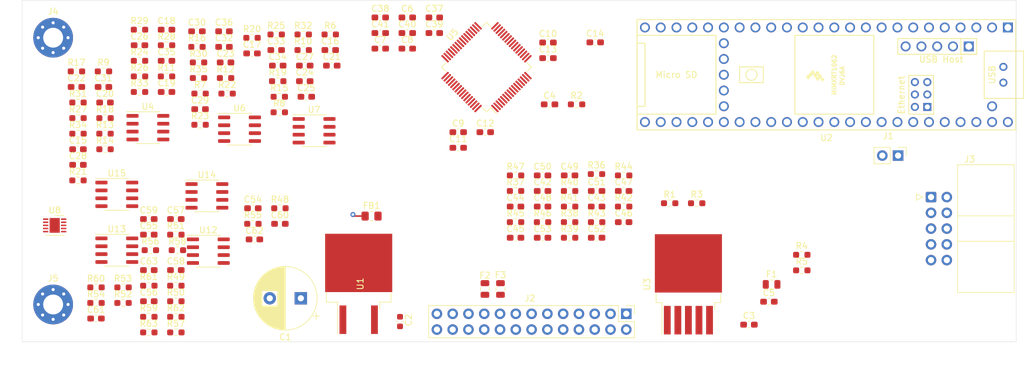
<source format=kicad_pcb>
(kicad_pcb (version 20211014) (generator pcbnew)
  (layers (0 "F.Cu" signal) (1 "In1.Cu" signal) (2 "In2.Cu" signal) (31 "B.Cu" signal) (34 "B.Paste" user) (35 "F.Paste" user) (36 "B.SilkS" user "B.Silkscreen") (37 "F.SilkS" user "F.Silkscreen") (38 "B.Mask" user) (39 "F.Mask" user) (44 "Edge.Cuts" user))
  (net 0 "")
  (net 1 "+10V")
  (net 2 "GNDPWR")
  (net 3 "+5V")
  (net 4 "+3V3")
  (net 5 "Net-(C10-Pad1)")
  (net 6 "GNDA")
  (net 7 "Net-(C11-Pad1)")
  (net 8 "Net-(C13-Pad1)")
  (net 9 "Net-(C15-Pad1)")
  (net 10 "/AM_MIX_LEFT")
  (net 11 "Net-(C16-Pad1)")
  (net 12 "/AM_MIX_RIGHT")
  (net 13 "Net-(C17-Pad1)")
  (net 14 "/AM_FX1_OUT_L")
  (net 15 "Net-(C18-Pad1)")
  (net 16 "/AM_FX1_OUT_R")
  (net 17 "Net-(C19-Pad1)")
  (net 18 "Net-(C19-Pad2)")
  (net 19 "Net-(C20-Pad1)")
  (net 20 "Net-(C20-Pad2)")
  (net 21 "Net-(C21-Pad1)")
  (net 22 "Net-(C21-Pad2)")
  (net 23 "Net-(C22-Pad1)")
  (net 24 "Net-(C22-Pad2)")
  (net 25 "/CODEC/codec-ain-filters/VO1+")
  (net 26 "/CODEC/codec-ain-filters/VO2+")
  (net 27 "/CODEC/codec-ain-filters/VO3+")
  (net 28 "/CODEC/codec-ain-filters/VO4+")
  (net 29 "/CODEC/codec-ain-filters/VO1-")
  (net 30 "/CODEC/codec-ain-filters/VO2-")
  (net 31 "/CODEC/codec-ain-filters/VO3-")
  (net 32 "/CODEC/codec-ain-filters/VO4-")
  (net 33 "Net-(C31-Pad1)")
  (net 34 "/CODEC/AIN5")
  (net 35 "Net-(C32-Pad1)")
  (net 36 "/CODEC/AIN6")
  (net 37 "Net-(C33-Pad1)")
  (net 38 "Net-(C33-Pad2)")
  (net 39 "Net-(C34-Pad1)")
  (net 40 "Net-(C34-Pad2)")
  (net 41 "/CODEC/codec-ain-filters/VO5")
  (net 42 "/CODEC/codec-ain-filters/VO6")
  (net 43 "/EXT_1")
  (net 44 "GNDD")
  (net 45 "/SC5")
  (net 46 "/SC6")
  (net 47 "/SC3")
  (net 48 "/SC4")
  (net 49 "/SC1")
  (net 50 "/SC2")
  (net 51 "/AM_PRE_FADE_L_2")
  (net 52 "/AM_PRE_FADE_R_2")
  (net 53 "/AM_PRE_FADE_L_3")
  (net 54 "/AM_PRE_FADE_R_3")
  (net 57 "+15V")
  (net 58 "-15V")
  (net 59 "Net-(C1-Pad1)")
  (net 60 "+5VA")
  (net 63 "/X_DC")
  (net 65 "/INT")
  (net 67 "/CLOCK_PUSH")
  (net 68 "/LFO_TAP_TEMPO")
  (net 70 "/BPM_TAP_TEMPO")
  (net 71 "/CLOCK_PULL")
  (net 72 "/BPM_AUDIO")
  (net 73 "/CODEC/Codec AOUT Filters/VIN1")
  (net 74 "Net-(R1-Pad2)")
  (net 75 "+3.3VA")
  (net 76 "Net-(C42-Pad2)")
  (net 91 "/CODEC/Codec AOUT Filters/VIN2")
  (net 92 "Net-(C43-Pad2)")
  (net 109 "/CODEC/Codec AOUT Filters/VIN3")
  (net 119 "Net-(C44-Pad2)")
  (net 124 "/USBHOST_D-")
  (net 125 "/USBHOST_D+")
  (net 126 "/ETH_R+")
  (net 127 "/ETH_LED")
  (net 128 "/ETH_T-")
  (net 129 "/ETH_T+")
  (net 130 "/ETH_R-")
  (net 131 "/USBDEV_D-")
  (net 132 "/USBDEV_D+")
  (net 133 "/CODEC/Codec AOUT Filters/VIN6")
  (net 148 "Net-(C48-Pad2)")
  (net 150 "/CODEC/Codec AOUT Filters/VIN4")
  (net 151 "Net-(C49-Pad2)")
  (net 154 "/CODEC/Codec AOUT Filters/VIN5")
  (net 155 "Net-(C50-Pad2)")
  (net 158 "Net-(C54-Pad1)")
  (net 163 "Net-(C54-Pad2)")
  (net 168 "Net-(C55-Pad1)")
  (net 169 "Net-(C55-Pad2)")
  (net 170 "Net-(C60-Pad1)")
  (net 171 "Net-(C60-Pad2)")
  (net 172 "Net-(C61-Pad1)")
  (net 173 "Net-(C61-Pad2)")
  (net 174 "Net-(J2-Pad17)")
  (net 175 "Net-(J2-Pad18)")
  (net 176 "I2C_SDA")
  (net 177 "I2C_SCL")
  (net 178 "Net-(R48-Pad2)")
  (net 179 "Net-(R49-Pad2)")
  (net 180 "Net-(R56-Pad2)")
  (net 181 "Net-(R57-Pad2)")
  (net 182 "/MUX_S1")
  (net 183 "/MUX_S2")
  (net 185 "/CODEC/~{CODEC_RST}")
  (net 186 "/CODEC/CODEC_INT")
  (net 187 "/AIN Adjustment/AOUT0")
  (net 188 "/AIN Adjustment/AOUT1")
  (net 189 "/AIN Adjustment/AOUT3")
  (net 190 "/AIN Adjustment/AOUT2")
  (footprint "Capacitor_SMD:C_0603_1608Metric_Pad1.08x0.95mm_HandSolder" (layer "F.Cu") (at 131.6 92.99)
    (fp_text reference "C16")
    (fp_text value "4u7")
  )
  (footprint "Connector_PinHeader_2.54mm:PinHeader_2x13_P2.54mm_Vertical" (layer "F.Cu") (at 179.25 135.5 -90)
    (fp_text reference "J2")
    (fp_text value "Conn_02x13_Odd_Even")
  )
  (footprint "Package_SO:SOIC-8_3.9x4.9mm_P1.27mm" (layer "F.Cu") (at 117 105.75)
    (fp_text reference "U6")
    (fp_text value "TL072")
  )
  (footprint "Resistor_SMD:R_0603_1608Metric_Pad0.98x0.95mm_HandSolder" (layer "F.Cu") (at 105.25 92.22)
    (fp_text reference "R28")
    (fp_text value "100k")
  )
  (footprint "Capacitor_SMD:C_0603_1608Metric_Pad1.08x0.95mm_HandSolder" (layer "F.Cu") (at 119.4 123.51)
    (fp_text reference "C62")
    (fp_text value "100n")
  )
  (footprint "Resistor_SMD:R_0603_1608Metric_Pad0.98x0.95mm_HandSolder" (layer "F.Cu") (at 119.008552 91.021278)
    (fp_text reference "R20")
    (fp_text value "634R")
  )
  (footprint "Capacitor_SMD:C_0603_1608Metric_Pad1.08x0.95mm_HandSolder" (layer "F.Cu") (at 148.35 90.25)
    (fp_text reference "C39")
    (fp_text value "C")
  )
  (footprint "Capacitor_SMD:C_0603_1608Metric_Pad1.08x0.95mm_HandSolder" (layer "F.Cu") (at 91 111.49)
    (fp_text reference "C28")
    (fp_text value "4u7")
  )
  (footprint "Resistor_SMD:R_0603_1608Metric_Pad0.98x0.95mm_HandSolder" (layer "F.Cu") (at 161.426783 113.198212)
    (fp_text reference "R47")
    (fp_text value "560R")
  )
  (footprint "Package_SO:SOIC-8_3.9x4.9mm_P1.27mm" (layer "F.Cu") (at 97.25 125.25)
    (fp_text reference "U13")
    (fp_text value "TL072")
  )
  (footprint "Capacitor_SMD:C_0603_1608Metric_Pad1.08x0.95mm_HandSolder" (layer "F.Cu") (at 90.75 98.94)
    (fp_text reference "C22")
    (fp_text value "470p")
  )
  (footprint "Connector_IDC:IDC-Header_2x05_P2.54mm_Horizontal" (layer "F.Cu") (at 228.3025 116.69)
    (fp_text reference "J3")
    (fp_text value "Conn_02x05_Odd_Even")
  )
  (footprint "Capacitor_SMD:C_0603_1608Metric_Pad1.08x0.95mm_HandSolder" (layer "F.Cu") (at 123.15 95.5)
    (fp_text reference "C34")
    (fp_text value "470p")
  )
  (footprint "Capacitor_SMD:C_0603_1608Metric_Pad1.08x0.95mm_HandSolder" (layer "F.Cu") (at 165.776783 123.238212)
    (fp_text reference "C53")
    (fp_text value "C")
  )
  (footprint "MountingHole:MountingHole_3.2mm_M3_Pad_Via" (layer "F.Cu") (at 87 134)
    (fp_text reference "J5")
    (fp_text value "Screw_Terminal_01x01")
  )
  (footprint "Fuse:Fuse_0805_2012Metric" (layer "F.Cu") (at 159 131.5 90)
    (fp_text reference "F3")
    (fp_text value "Fuse")
  )
  (footprint "Capacitor_SMD:C_0603_1608Metric_Pad1.08x0.95mm_HandSolder" (layer "F.Cu") (at 165.776783 118.218212)
    (fp_text reference "C48")
    (fp_text value "3u3")
  )
  (footprint "Package_TO_SOT_SMD:TO-263-5_TabPin6" (layer "F.Cu") (at 189.25 130.75 90)
    (fp_text reference "U3")
    (fp_text value "LP3853ES-3.3_NOPB")
  )
  (footprint "Capacitor_SMD:C_0603_1608Metric_Pad1.08x0.95mm_HandSolder" (layer "F.Cu") (at 102.4 133.48)
    (fp_text reference "C56")
    (fp_text value "100n")
  )
  (footprint "Capacitor_SMD:C_0603_1608Metric_Pad1.08x0.95mm_HandSolder" (layer "F.Cu") (at 165.776783 115.708212)
    (fp_text reference "C42")
    (fp_text value "3u3")
  )
  (footprint "Resistor_SMD:R_0603_1608Metric_Pad0.98x0.95mm_HandSolder" (layer "F.Cu") (at 100.9 94.73)
    (fp_text reference "R24")
    (fp_text value "634R")
  )
  (footprint "Capacitor_SMD:C_0603_1608Metric_Pad1.08x0.95mm_HandSolder" (layer "F.Cu") (at 139.65 90.25)
    (fp_text reference "C41")
    (fp_text value "C")
  )
  (footprint "Resistor_SMD:R_0603_1608Metric_Pad0.98x0.95mm_HandSolder" (layer "F.Cu") (at 106.75 130.97)
    (fp_text reference "R49")
    (fp_text value "R")
  )
  (footprint "Package_SO:SOIC-8_3.9x4.9mm_P1.27mm" (layer "F.Cu") (at 97.25 116.25)
    (fp_text reference "U15")
    (fp_text value "TL072")
  )
  (footprint "Package_SO:SOIC-8_3.9x4.9mm_P1.27mm" (layer "F.Cu") (at 129 106)
    (fp_text reference "U7")
    (fp_text value "TL072")
  )
  (footprint "Resistor_SMD:R_0603_1608Metric_Pad0.98x0.95mm_HandSolder" (layer "F.Cu") (at 165.776783 120.728212)
    (fp_text reference "R46")
    (fp_text value "560R")
  )
  (footprint "Resistor_SMD:R_0603_1608Metric_Pad0.98x0.95mm_HandSolder" (layer "F.Cu") (at 115 100.01)
    (fp_text reference "R22")
    (fp_text value "91R")
  )
  (footprint "Capacitor_SMD:C_0603_1608Metric_Pad1.08x0.95mm_HandSolder" (layer "F.Cu") (at 100.9 92.22)
    (fp_text reference "C26")
    (fp_text value "2n7")
  )
  (footprint "Resistor_SMD:R_0603_1608Metric_Pad0.98x0.95mm_HandSolder" (layer "F.Cu") (at 178.826783 118.218212)
    (fp_text reference "R42")
    (fp_text value "10k")
  )
  (footprint "Capacitor_SMD:C_0603_1608Metric_Pad1.08x0.95mm_HandSolder" (layer "F.Cu") (at 95.35 101.45)
    (fp_text reference "C20")
    (fp_text value "470p")
  )
  (footprint "Resistor_SMD:R_0603_1608Metric_Pad0.98x0.95mm_HandSolder" (layer "F.Cu") (at 105.25 97.24)
    (fp_text reference "R11")
    (fp_text value "100k")
  )
  (footprint "Capacitor_SMD:C_0603_1608Metric_Pad1.08x0.95mm_HandSolder" (layer "F.Cu") (at 152.2 108.74)
    (fp_text reference "C11")
    (fp_text value "100n")
  )
  (footprint "Capacitor_SMD:C_0805_2012Metric_Pad1.18x1.45mm_HandSolder" (layer "F.Cu") (at 138.25 119.75)
    (fp_text reference "FB1")
    (fp_text value "FerriteBead")
  )
  (footprint "Capacitor_SMD:C_0603_1608Metric_Pad1.08x0.95mm_HandSolder" (layer "F.Cu") (at 199 137.25)
    (fp_text reference "C3")
    (fp_text value "10u")
  )
  (footprint "Capacitor_SMD:C_0603_1608Metric_Pad1.08x0.95mm_HandSolder" (layer "F.Cu") (at 166.9 101.75)
    (fp_text reference "C4")
    (fp_text value "10u")
  )
  (footprint "Capacitor_SMD:C_0603_1608Metric_Pad1.08x0.95mm_HandSolder" (layer "F.Cu") (at 105.25 94.73)
    (fp_text reference "C35")
    (fp_text value "2n7")
  )
  (footprint "Package_CSP:LFCSP-WD-10-1EP_3x3mm_P0.5mm_EP1.64x2.38mm" (layer "F.Cu") (at 87.25 121.25)
    (fp_text reference "U8")
    (fp_text value "ADG884xCP")
  )
  (footprint "Package_SO:SOIC-8_3.9x4.9mm_P1.27mm" (layer "F.Cu") (at 111.975 125.405)
    (fp_text reference "U12")
    (fp_text value "TL072")
  )
  (footprint "Resistor_SMD:R_0603_1608Metric_Pad0.98x0.95mm_HandSolder" (layer "F.Cu") (at 106.75 138.5)
    (fp_text reference "R57")
    (fp_text value "R")
  )
  (footprint "Capacitor_SMD:C_0603_1608Metric_Pad1.08x0.95mm_HandSolder" (layer "F.Cu") (at 119.008552 93.531278)
    (fp_text reference "C17")
    (fp_text value "4u7")
  )
  (footprint "Package_TO_SOT_SMD:TO-263-2" (layer "F.Cu") (at 136.177559 130.675619 90)
    (fp_text reference "U1")
    (fp_text value "L7805")
  )
  (footprint "Capacitor_SMD:C_0603_1608Metric_Pad1.08x0.95mm_HandSolder" (layer "F.Cu") (at 105.25 99.75)
    (fp_text reference "C19")
    (fp_text value "470p")
  )
  (footprint "Capacitor_SMD:C_0603_1608Metric_Pad1.08x0.95mm_HandSolder" (layer "F.Cu") (at 127.5 98.01)
    (fp_text reference "C24")
    (fp_text value "2n7")
  )
  (footprint "Resistor_SMD:R_0603_1608Metric_Pad0.98x0.95mm_HandSolder" (layer "F.Cu") (at 123.4 103.03)
    (fp_text reference "R8")
    (fp_text value "100k")
  )
  (footprint "Capacitor_SMD:C_0603_1608Metric" (layer "F.Cu") (at 142.83282 136.752335 90)
    (fp_text reference "C2")
    (fp_text value "100nF" hide)
  )
  (footprint "Capacitor_SMD:C_0603_1608Metric_Pad1.08x0.95mm_HandSolder" (layer "F.Cu") (at 144 92.76)
    (fp_text reference "C8")
    (fp_text value "C")
  )
  (footprint "Capacitor_SMD:C_0603_1608Metric_Pad1.08x0.95mm_HandSolder" (layer "F.Cu") (at 139.65 92.76)
    (fp_text reference "C7")
    (fp_text value "C")
  )
  (footprint "Resistor_SMD:R_0603_1608Metric_Pad0.98x0.95mm_HandSolder" (layer "F.Cu") (at 90.75 96.43)
    (fp_text reference "R17")
    (fp_text value "100k")
  )
  (footprint "Capacitor_SMD:C_0603_1608Metric_Pad1.08x0.95mm_HandSolder" (layer "F.Cu") (at 123.5 121)
    (fp_text reference "C60")
    (fp_text value "C")
  )
  (footprint "Capacitor_SMD:C_0603_1608Metric_Pad1.08x0.95mm_HandSolder" (layer "F.Cu") (at 165.776783 113.198212)
    (fp_text reference "C50")
    (fp_text value "3u3")
  )
  (footprint "Capacitor_SMD:C_0603_1608Metric_Pad1.08x0.95mm_HandSolder" (layer "F.Cu") (at 114.75 94.99)
    (fp_text reference "C23")
    (fp_text value "2n7")
  )
  (footprint "Resistor_SMD:R_0603_1608Metric_Pad0.98x0.95mm_HandSolder" (layer "F.Cu") (at 119.15 121)
    (fp_text reference "R55")
    (fp_text value "R")
  )
  (footprint "Resistor_SMD:R_0603_1608Metric_Pad0.98x0.95mm_HandSolder" (layer "F.Cu") (at 95.35 103.96)
    (fp_text reference "R18")
    (fp_text value "634R")
  )
  (footprint "Resistor_SMD:R_0603_1608Metric_Pad0.98x0.95mm_HandSolder" (layer "F.Cu") (at 123.15 98.01)
    (fp_text reference "R19")
    (fp_text value "91R")
  )
  (footprint "Fuse:Fuse_0805_2012Metric" (layer "F.Cu") (at 202.64 130.76)
    (fp_text reference "F1")
    (fp_text value "Fuse")
  )
  (footprint "Capacitor_SMD:C_0603_1608Metric_Pad1.08x0.95mm_HandSolder" (layer "F.Cu") (at 106.75 128.46)
    (fp_text reference "C58")
    (fp_text value "100n")
  )
  (footprint "Resistor_SMD:R_0603_1608Metric_Pad0.98x0.95mm_HandSolder" (layer "F.Cu") (at 98.25 131.24)
    (fp_text reference "R53")
    (fp_text value "R")
  )
  (footprint "Package_SO:SOIC-8_3.9x4.9mm_P1.27mm" (layer "F.Cu") (at 111.75 116.5)
    (fp_text reference "U14")
    (fp_text value "TL072")
  )
  (footprint "Resistor_SMD:R_0603_1608Metric_Pad0.98x0.95mm_HandSolder" (layer "F.Cu") (at 91 106.47)
    (fp_text reference "R34")
    (fp_text value "634R")
  )
  (footprint "Resistor_SMD:R_0603_1608Metric_Pad0.98x0.95mm_HandSolder" (layer "F.Cu") (at 93.9 131.24)
    (fp_text reference "R60")
    (fp_text value "R")
  )
  (footprint "Resistor_SMD:R_0603_1608Metric_Pad0.98x0.95mm_HandSolder" (layer "F.Cu") (at 91 101.45)
    (fp_text reference "R31")
    (fp_text value "100k")
  )
  (footprint "Resistor_SMD:R_0603_1608Metric_Pad0.98x0.95mm_HandSolder" (layer "F.Cu") (at 100.9 99.75)
    (fp_text reference "R33")
    (fp_text value "91R")
  )
  (footprint "Resistor_SMD:R_0603_1608Metric_Pad0.98x0.95mm_HandSolder" (layer "F.Cu") (at 110.15 92.48)
    (fp_text reference "R16")
    (fp_text value "100k")
  )
  (footprint "Capacitor_SMD:C_0603_1608Metric_Pad1.08x0.95mm_HandSolder" (layer "F.Cu") (at 122.9 92.99)
    (fp_text reference "C33")
    (fp_text value "470p")
  )
  (footprint "Capacitor_SMD:C_0603_1608Metric_Pad1.08x0.95mm_HandSolder" (layer "F.Cu") (at 91 108.98)
    (fp_text reference "C15")
    (fp_text value "4u7")
  )
  (footprint "Capacitor_SMD:C_0603_1608Metric_Pad1.08x0.95mm_HandSolder" (layer "F.Cu") (at 174.25 91.75)
    (fp_text reference "C14")
    (fp_text value "4u7")
  )
  (footprint "Resistor_SMD:R_0603_1608Metric_Pad0.98x0.95mm_HandSolder" (layer "F.Cu") (at 102.4 130.97)
    (fp_text reference "R61")
    (fp_text value "R")
  )
  (footprint "Capacitor_SMD:C_0603_1608Metric_Pad1.08x0.95mm_HandSolder" (layer "F.Cu") (at 105.25 89.71)
    (fp_text reference "C18")
    (fp_text value "4u7")
  )
  (footprint "Package_SO:SOIC-8_3.9x4.9mm_P1.27mm" (layer "F.Cu") (at 102.25 105.5)
    (fp_text reference "U4")
    (fp_text value "TL072")
  )
  (footprint "Capacitor_SMD:C_0603_1608Metric_Pad1.08x0.95mm_HandSolder" (layer "F.Cu") (at 170.126783 113.198212)
    (fp_text reference "C49")
    (fp_text value "3u3")
  )
  (footprint "Resistor_SMD:R_0603_1608Metric_Pad0.98x0.95mm_HandSolder" (layer "F.Cu") (at 174.45826 112.982988)
    (fp_text reference "R36")
    (fp_text value "10k")
  )
  (footprint "Resistor_SMD:R_0603_1608Metric_Pad0.98x0.95mm_HandSolder" (layer "F.Cu") (at 190.583567 117.68106)
    (fp_text reference "R3")
    (fp_text value "R")
  )
  (footprint "Resistor_SMD:R_0603_1608Metric_Pad0.98x0.95mm_HandSolder" (layer "F.Cu") (at 123.5 118.49)
    (fp_text reference "R48")
    (fp_text value "R")
  )
  (footprint "Capacitor_SMD:C_0603_1608Metric_Pad1.08x0.95mm_HandSolder" (layer "F.Cu") (at 156.55 106.23)
    (fp_text reference "C12")
    (fp_text value "22u")
  )
  (footprint "Resistor_SMD:R_0603_1608Metric_Pad0.98x0.95mm_HandSolder" (layer "F.Cu") (at 95.35 108.98)
    (fp_text reference "R14")
    (fp_text value "100k")
  )
  (footprint "Capacitor_SMD:C_0603_1608Metric_Pad1.08x0.95mm_HandSolder" (layer "F.Cu") (at 110.15 89.97)
    (fp_text reference "C30")
    (fp_text value "4u7")
  )
  (footprint "Resistor_SMD:R_0603_1608Metric_Pad0.98x0.95mm_HandSolder" (layer "F.Cu") (at 170.126783 120.728212)
    (fp_text reference "R38")
    (fp_text value "10k")
  )
  (footprint "Capacitor_SMD:C_0603_1608Metric_Pad1.08x0.95mm_HandSolder" (layer "F.Cu") (at 161.426783 118.218212)
    (fp_text reference "C44")
    (fp_text value "3u3")
  )
  (footprint "Capacitor_SMD:C_0603_1608Metric_Pad1.08x0.95mm_HandSolder" (layer "F.Cu") (at 110.65 102.52)
    (fp_text reference "C29")
    (fp_text value "4u7")
  )
  (footprint "Resistor_SMD:R_0603_1608Metric_Pad0.98x0.95mm_HandSolder" (layer "F.Cu") (at 127.25 92.99)
    (fp_text reference "R10")
    (fp_text value "100k")
  )
  (footprint "Resistor_SMD:R_0603_1608Metric_Pad0.98x0.95mm_HandSolder" (layer "F.Cu") (at 100.9 97.24)
    (fp_text reference "R26")
    (fp_text value "100k")
  )
  (footprint "Resistor_SMD:R_0603_1608Metric_Pad0.98x0.95mm_HandSolder" (layer "F.Cu") (at 161.426783 115.708212)
    (fp_text reference "R37")
    (fp_text value "10k")
  )
  (footprint "Capacitor_SMD:C_0603_1608Metric_Pad1.08x0.95mm_HandSolder" (layer "F.Cu") (at 127.5 95.5)
    (fp_text reference "C27")
    (fp_text value "4u7")
  )
  (footprint "Resistor_SMD:R_0603_1608Metric_Pad0.98x0.95mm_HandSolder" (layer "F.Cu") (at 93.9 133.75)
    (fp_text reference "R54")
    (fp_text value "R")
  )
  (footprint "Resistor_SMD:R_0603_1608Metric_Pad0.98x0.95mm_HandSolder" (layer "F.Cu") (at 170.126783 123.238212)
    (fp_text reference "R39")
    (fp_text value "560R")
  )
  (footprint "Resistor_SMD:R_0603_1608Metric_Pad0.98x0.95mm_HandSolder" (layer "F.Cu") (at 106.75 122.74)
    (fp_text reference "R51")
    (fp_text value "R")
  )
  (footprint "Resistor_SMD:R_0603_1608Metric_Pad0.98x0.95mm_HandSolder" (layer "F.Cu") (at 186.233567 117.68106)
    (fp_text reference "R1")
    (fp_text value "10k")
  )
  (footprint "Capacitor_SMD:C_0603_1608Metric_Pad1.08x0.95mm_HandSolder" (layer "F.Cu") (at 93.9 136.26)
    (fp_text reference "C61")
    (fp_text value "C")
  )
  (footprint "Resistor_SMD:R_0603_1608Metric_Pad0.98x0.95mm_HandSolder" (layer "F.Cu") (at 107 125.25)
    (fp_text reference "R58")
    (fp_text value "R")
  )
  (footprint "Capacitor_SMD:C_0603_1608Metric_Pad1.08x0.95mm_HandSolder" (layer "F.Cu") (at 161.426783 123.238212)
    (fp_text reference "C45")
    (fp_text value "C")
  )
  (footprint "Capacitor_SMD:C_0603_1608Metric_Pad1.08x0.95mm_HandSolder" (layer "F.Cu") (at 152.2 106.23)
    (fp_text reference "C9")
    (fp_text value "100n")
  )
  (footprint "Capacitor_SMD:C_0603_1608Metric_Pad1.08x0.95mm_HandSolder" (layer "F.Cu") (at 144 87.74)
    (fp_text reference "C6")
    (fp_text value "C")
  )
  (footprint "Resistor_SMD:R_0603_1608Metric_Pad0.98x0.95mm_HandSolder" (layer "F.Cu") (at 106.75 133.48)
    (fp_text reference "R50")
    (fp_text value "R")
  )
  (footprint "Capacitor_SMD:C_0603_1608Metric_Pad1.08x0.95mm_HandSolder" (layer "F.Cu") (at 144 90.25)
    (fp_text reference "C40")
    (fp_text value "C")
  )
  (footprint "Resistor_SMD:R_0603_1608Metric_Pad0.98x0.95mm_HandSolder" (layer "F.Cu") (at 95.35 106.47)
    (fp_text reference "R13")
    (fp_text value "100k")
  )
  (footprint "Capacitor_SMD:C_0603_1608Metric_Pad1.08x0.95mm_HandSolder" (layer "F.Cu") (at 174.476783 123.238212)
    (fp_text reference "C52")
    (fp_text value "C")
  )
  (footprint "Resistor_SMD:R_0603_1608Metric_Pad0.98x0.95mm_HandSolder" (layer "F.Cu") (at 110.4 97.5)
    (fp_text reference "R35")
    (fp_text value "91R")
  )
  (footprint "Resistor_SMD:R_0603_1608Metric_Pad0.98x0.95mm_HandSolder" (layer "F.Cu") (at 131.6 90.48)
    (fp_text reference "R6")
    (fp_text value "100k")
  )
  (footprint "Resistor_SMD:R_0603_1608Metric_Pad0.98x0.95mm_HandSolder" (layer "F.Cu") (at 102.4 135.99)
    (fp_text reference "R59")
    (fp_text value "R")
  )
  (footprint "Capacitor_SMD:C_0603_1608Metric_Pad1.08x0.95mm_HandSolder" (layer "F.Cu") (at 139.65 87.74)
    (fp_text reference "C38")
    (fp_text value "C")
  )
  (footprint "MountingHole:MountingHole_3.2mm_M3_Pad_Via" (layer "F.Cu") (at 87 91)
    (fp_text reference "J4")
    (fp_text value "Screw_Terminal_01x01")
  )
  (footprint "Resistor_SMD:R_0603_1608Metric_Pad0.98x0.95mm_HandSolder" (layer "F.Cu") (at 170.126783 115.708212)
    (fp_text reference "R40")
    (fp_text value "560R")
  )
  (footprint "Resistor_SMD:R_0603_1608Metric_Pad0.98x0.95mm_HandSolder" (layer "F.Cu") (at 207.5 125.99)
    (fp_text reference "R4")
    (fp_text value "0R")
  )
  (footprint "Capacitor_SMD:C_0603_1608Metric_Pad1.08x0.95mm_HandSolder" (layer "F.Cu") (at 102.4 120.23)
    (fp_text reference "C59")
    (fp_text value "100n")
  )
  (footprint "Resistor_SMD:R_0603_1608Metric_Pad0.98x0.95mm_HandSolder" (layer "F.Cu") (at 100.9 89.71)
    (fp_text reference "R29")
    (fp_text value "100k")
  )
  (footprint "Resistor_SMD:R_0603_1608Metric_Pad0.98x0.95mm_HandSolder" (layer "F.Cu") (at 102.4 138.5)
    (fp_text reference "R63")
    (fp_text value "R")
  )
  (footprint "Resistor_SMD:R_0603_1608Metric_Pad0.98x0.95mm_HandSolder" (layer "F.Cu") (at 178.826783 113.198212)
    (fp_text reference "R44")
    (fp_text value "10k")
  )
  (footprint "Capacitor_SMD:C_0603_1608Metric_Pad1.08x0.95mm_HandSolder" (layer "F.Cu") (at 114.5 89.97)
    (fp_text reference "C36")
    (fp_text value "2n7")
  )
  (footprint "Resistor_SMD:R_0603_1608Metric_Pad0.98x0.95mm_HandSolder" (layer "F.Cu") (at 98.25 133.75)
    (fp_text reference "R52")
    (fp_text value "R")
  )
  (footprint "Resistor_SMD:R_0603_1608Metric_Pad0.98x0.95mm_HandSolder" (layer "F.Cu") (at 171.25 101.75)
    (fp_text reference "R2")
    (fp_text value "R")
  )
  (footprint "Resistor_SMD:R_0603_1608Metric_Pad0.98x0.95mm_HandSolder" (layer "F.Cu") (at 122.9 90.48)
    (fp_text reference "R25")
    (fp_text value "91R")
  )
  (footprint "Resistor_SMD:R_0603_1608Metric_Pad0.98x0.95mm_HandSolder" (layer "F.Cu") (at 127.25 90.48)
    (fp_text reference "R32")
    (fp_text value "634R")
  )
  (footprint "Resistor_SMD:R_0603_1608Metric_Pad0.98x0.95mm_HandSolder" (layer "F.Cu") (at 207.5 128.5)
    (fp_text reference "R5")
    (fp_text value "0R")
  )
  (footprint "Capacitor_SMD:C_0603_1608Metric_Pad1.08x0.95mm_HandSolder" (layer "F.Cu") (at 119.15 118.49)
    (fp_text reference "C54")
    (fp_text value "C")
  )
  (footprint "Resistor_SMD:R_0603_1608Metric_Pad0.98x0.95mm_HandSolder" (layer "F.Cu") (at 110.4 94.99)
    (fp_text reference "R30")
    (fp_text value "100k")
  )
  (footprint "footprints:Teensy41" (layer "F.Cu") (at 211.46506 96.974131 180)
    (fp_text reference "U2")
    (fp_text value "Teensy4.1")
  )
  (footprint "Resistor_SMD:R_0603_1608Metric_Pad0.98x0.95mm_HandSolder" (layer "F.Cu") (at 91 114)
    (fp_text reference "R21")
    (fp_text value "634R")
  )
  (footprint "Resistor_SMD:R_0603_1608Metric_Pad0.98x0.95mm_HandSolder" (layer "F.Cu") (at 161.426783 120.728212)
    (fp_text reference "R45")
    (fp_text value "560R")
  )
  (footprint "Capacitor_SMD:C_0603_1608Metric_Pad1.08x0.95mm_HandSolder" (layer "F.Cu") (at 102.4 122.74)
    (fp_text reference "C55")
    (fp_text value "C")
  )
  (footprint "Resistor_SMD:R_0603_1608Metric_Pad0.98x0.95mm_HandSolder" (layer "F.Cu") (at 91 103.96)
    (fp_text reference "R27")
    (fp_text value "100k")
  )
  (footprint "Resistor_SMD:R_0603_1608Metric_Pad0.98x0.95mm_HandSolder" (layer "F.Cu") (at 95.1 96.43)
    (fp_text reference "R9")
    (fp_text value "100k")
  )
  (footprint "Capacitor_SMD:C_0603_1608Metric_Pad1.08x0.95mm_HandSolder" (layer "F.Cu") (at 174.476783 115.708212)
    (fp_text reference "C51")
    (fp_text value "C")
  )
  (footprint "Capacitor_SMD:C_0603_1608Metric_Pad1.08x0.95mm_HandSolder" (layer "F.Cu") (at 95.1 98.94)
    (fp_text reference "C31")
    (fp_text value "4u7")
  )
  (footprint "Resistor_SMD:R_0603_1608Metric_Pad0.98x0.95mm_HandSolder" (layer "F.Cu") (at 106.75 135.99)
    (fp_text reference "R62")
    (fp_text value "R")
  )
  (footprint "Capacitor_THT:CP_Radial_D10.0mm_P5.00mm" (layer "F.Cu") (at 126.867677 133 180)
    (fp_text reference "C1")
    (fp_text value "330nF")
  )
  (footprint "Capacitor_SMD:C_0603_1608Metric_Pad1.08x0.95mm_HandSolder" (layer "F.Cu") (at 166.65 94.29)
    (fp_text reference "C13")
    (fp_text value "100n")
  )
  (footprint "Capacitor_SMD:C_0603_1608Metric_Pad1.08x0.95mm_HandSolder" (layer "F.Cu") (at 106.75 120.23)
    (fp_text reference "C57")
    (fp_text value "100n")
  )
  (footprint "Resistor_SMD:R_0603_1608Metric_Pad0.98x0.95mm_HandSolder" (layer "F.Cu") (at 123.4 100.52)
    (fp_text reference "R15")
    (fp_text value "100k")
  )
  (footprint "Capacitor_SMD:C_0603_1608Metric_Pad1.08x0.95mm_HandSolder" (layer "F.Cu") (at 102.4 128.46)
    (fp_text reference "C63")
    (fp_text value "100n")
  )
  (footprint "Capacitor_SMD:C_0603_1608Metric_Pad1.08x0.95mm_HandSolder" (layer "F.Cu") (at 131.85 95.5)
    (fp_text reference "C21")
    (fp_text value "470p")
  )
  (footprint "Capacitor_SMD:C_0603_1608Metric_Pad1.08x0.95mm_HandSolder" (layer "F.Cu") (at 127.75 100.52)
    (fp_text reference "C25")
    (fp_text value "2n7")
  )
  (footprint "Package_QFP:LQFP-64_10x10mm_P0.5mm" (layer "F.Cu") (at 156.75 95.75 135)
    (fp_text reference "U5")
    (fp_text value "CS42448")
  )
  (footprint "Capacitor_SMD:C_0603_1608Metric_Pad1.08x0.95mm_HandSolder" (layer "F.Cu") (at 148.35 87.74)
    (fp_text reference "C37")
    (fp_text value "C")
  )
  (footprint "Fuse:Fuse_0805_2012Metric" (layer "F.Cu") (at 156.5 131.5 -90)
    (fp_text reference "F2")
    (fp_text value "Fuse")
  )
  (footprint "Capacitor_SMD:C_0603_1608Metric_Pad1.08x0.95mm_HandSolder" (layer "F.Cu") (at 202.21 133.55)
    (fp_text reference "C5")
    (fp_text value "C")
  )
  (footprint "Capacitor_SMD:C_0603_1608Metric_Pad1.08x0.95mm_HandSolder" (layer "F.Cu") (at 178.826783 115.708212)
    (fp_text reference "C47")
    (fp_text value "C")
  )
  (footprint "Resistor_SMD:R_0603_1608Metric_Pad0.98x0.95mm_HandSolder" (layer "F.Cu") (at 110.65 100.01)
    (fp_text reference "R7")
    (fp_text value "100k")
  )
  (footprint "Resistor_SMD:R_0603_1608Metric_Pad0.98x0.95mm_HandSolder" (layer "F.Cu") (at 170.126783 118.218212)
    (fp_text reference "R41")
    (fp_text value "560R")
  )
  (footprint "Resistor_SMD:R_0603_1608Metric_Pad0.98x0.95mm_HandSolder" (layer "F.Cu") (at 174.476783 120.728212)
    (fp_text reference "R43")
    (fp_text value "10k")
  )
  (footprint "Resistor_SMD:R_0603_1608Metric_Pad0.98x0.95mm_HandSolder" (layer "F.Cu") (at 114.75 97.5)
    (fp_text reference "R12")
    (fp_text value "100k")
  )
  (footprint "Capacitor_SMD:C_0603_1608Metric_Pad1.08x0.95mm_HandSolder" (layer "F.Cu") (at 114.5 92.48)
    (fp_text reference "C32")
    (fp_text value "4u7")
  )
  (footprint "Connector_PinHeader_2.54mm:PinHeader_1x02_P2.54mm_Vertical" (layer "F.Cu") (at 223 110 -90)
    (fp_text reference "J1")
    (fp_text value "Conn_01x02")
  )
  (footprint "Capacitor_SMD:C_0603_1608Metric_Pad1.08x0.95mm_HandSolder" (layer "F.Cu") (at 174.476783 118.218212)
    (fp_text reference "C43")
    (fp_text value "3u3")
  )
  (footprint "Resistor_SMD:R_0603_1608Metric_Pad0.98x0.95mm_HandSolder" (layer "F.Cu") (at 102.65 125.25)
    (fp_text reference "R56")
    (fp_text value "R")
  )
  (footprint "Capacitor_SMD:C_0603_1608Metric_Pad1.08x0.95mm_HandSolder" (layer "F.Cu") (at 166.65 91.78)
    (fp_text reference "C10")
    (fp_text value "100u")
  )
  (footprint "Capacitor_SMD:C_0603_1608Metric_Pad1.08x0.95mm_HandSolder" (layer "F.Cu") (at 178.826783 120.728212)
    (fp_text reference "C46")
    (fp_text value "C")
  )
  (footprint "Resistor_SMD:R_0603_1608Metric_Pad0.98x0.95mm_HandSolder" (layer "F.Cu") (at 110.65 105.03)
    (fp_text reference "R23")
    (fp_text value "91R")
  )
  (gr_line (start 82 140) (end 162 140) (layer "Edge.Cuts") (width 0.05))
  (gr_line (start 242 85) (end 82 85) (layer "Edge.Cuts") (width 0.05))
  (gr_line (start 162 140) (end 242 140) (layer "Edge.Cuts") (width 0.05))
  (gr_line (start 242 140) (end 242 85) (layer "Edge.Cuts") (width 0.05))
  (gr_line (start 82 85) (end 82 140) (layer "Edge.Cuts") (width 0.05))
  (segment (start 135.5 119.75) (end 135.25 119.5) (width 0.25) (layer "F.Cu") (net 60))
  (segment (start 137.2125 119.75) (end 135.5 119.75) (width 0.25) (layer "F.Cu") (net 60))
  (via (at 135.25 119.5) (size 0.8) (drill 0.4) (layers "F.Cu" "B.Cu") (net 60))
)
</source>
